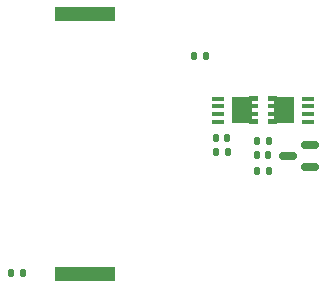
<source format=gtp>
%TF.GenerationSoftware,KiCad,Pcbnew,7.0.6*%
%TF.CreationDate,2024-04-07T09:56:08-04:00*%
%TF.ProjectId,Safe-To-Mate-O-Matic-v4,53616665-2d54-46f2-9d4d-6174652d4f2d,rev?*%
%TF.SameCoordinates,Original*%
%TF.FileFunction,Paste,Top*%
%TF.FilePolarity,Positive*%
%FSLAX46Y46*%
G04 Gerber Fmt 4.6, Leading zero omitted, Abs format (unit mm)*
G04 Created by KiCad (PCBNEW 7.0.6) date 2024-04-07 09:56:08*
%MOMM*%
%LPD*%
G01*
G04 APERTURE LIST*
G04 Aperture macros list*
%AMRoundRect*
0 Rectangle with rounded corners*
0 $1 Rounding radius*
0 $2 $3 $4 $5 $6 $7 $8 $9 X,Y pos of 4 corners*
0 Add a 4 corners polygon primitive as box body*
4,1,4,$2,$3,$4,$5,$6,$7,$8,$9,$2,$3,0*
0 Add four circle primitives for the rounded corners*
1,1,$1+$1,$2,$3*
1,1,$1+$1,$4,$5*
1,1,$1+$1,$6,$7*
1,1,$1+$1,$8,$9*
0 Add four rect primitives between the rounded corners*
20,1,$1+$1,$2,$3,$4,$5,0*
20,1,$1+$1,$4,$5,$6,$7,0*
20,1,$1+$1,$6,$7,$8,$9,0*
20,1,$1+$1,$8,$9,$2,$3,0*%
%AMFreePoly0*
4,1,21,1.372500,0.787500,0.862500,0.787500,0.862500,0.532500,1.372500,0.532500,1.372500,0.127500,0.862500,0.127500,0.862500,-0.127500,1.372500,-0.127500,1.372500,-0.532500,0.862500,-0.532500,0.862500,-0.787500,1.372500,-0.787500,1.372500,-1.195000,0.612500,-1.195000,0.612500,-1.117500,-0.862500,-1.117500,-0.862500,1.117500,0.612500,1.117500,0.612500,1.195000,1.372500,1.195000,
1.372500,0.787500,1.372500,0.787500,$1*%
G04 Aperture macros list end*
%ADD10RoundRect,0.135000X0.135000X0.185000X-0.135000X0.185000X-0.135000X-0.185000X0.135000X-0.185000X0*%
%ADD11R,0.990000X0.405000*%
%ADD12FreePoly0,0.000000*%
%ADD13RoundRect,0.140000X-0.140000X-0.170000X0.140000X-0.170000X0.140000X0.170000X-0.140000X0.170000X0*%
%ADD14FreePoly0,180.000000*%
%ADD15RoundRect,0.135000X-0.135000X-0.185000X0.135000X-0.185000X0.135000X0.185000X-0.135000X0.185000X0*%
%ADD16RoundRect,0.140000X0.140000X0.170000X-0.140000X0.170000X-0.140000X-0.170000X0.140000X-0.170000X0*%
%ADD17R,5.080000X1.270000*%
%ADD18RoundRect,0.150000X0.587500X0.150000X-0.587500X0.150000X-0.587500X-0.150000X0.587500X-0.150000X0*%
G04 APERTURE END LIST*
D10*
%TO.C,R3*%
X166549800Y-83058000D03*
X165529800Y-83058000D03*
%TD*%
D11*
%TO.C,Q1*%
X162268000Y-79502600D03*
X162268000Y-80162600D03*
X162268000Y-80822600D03*
X162268000Y-81482600D03*
D12*
X164260500Y-80492600D03*
%TD*%
D13*
%TO.C,C7*%
X162080000Y-82880200D03*
X163040000Y-82880200D03*
%TD*%
D11*
%TO.C,Q3*%
X169837000Y-81482600D03*
X169837000Y-80822600D03*
X169837000Y-80162600D03*
X169837000Y-79502600D03*
D14*
X167844500Y-80492600D03*
%TD*%
D15*
%TO.C,R14*%
X162075400Y-84048600D03*
X163095400Y-84048600D03*
%TD*%
D16*
%TO.C,C3*%
X166519800Y-84277200D03*
X165559800Y-84277200D03*
%TD*%
D15*
%TO.C,R1*%
X165555200Y-85623400D03*
X166575200Y-85623400D03*
%TD*%
D17*
%TO.C,BT1*%
X151003000Y-72352400D03*
X151003000Y-94322400D03*
%TD*%
D18*
%TO.C,Q2*%
X170076100Y-85303400D03*
X170076100Y-83403400D03*
X168201100Y-84353400D03*
%TD*%
D15*
%TO.C,R17*%
X144727200Y-94310200D03*
X145747200Y-94310200D03*
%TD*%
D10*
%TO.C,R15*%
X161241200Y-75869800D03*
X160221200Y-75869800D03*
%TD*%
M02*

</source>
